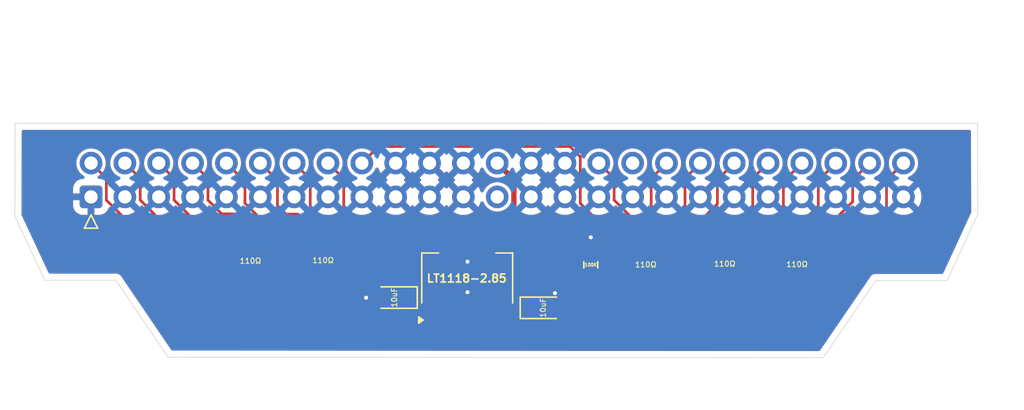
<source format=kicad_pcb>
(kicad_pcb (version 20241229) (generator "pcbnew") (generator_version "9.0")
  (layers (0 "F.Cu" signal) (2 "B.Cu" signal) (13 "F.Paste" user) (15 "B.Paste" user) (5 "F.SilkS" user "F.Silkscreen") (7 "B.SilkS" user "B.Silkscreen") (1 "F.Mask" user) (3 "B.Mask" user) (25 "Edge.Cuts" user))
  (net 0 "")
  (net 1 "SCSI_TERMPWR")
  (net 2 "GND")
  (net 3 "2V85")
  (net 5 "SCDAT0")
  (net 6 "SCDAT2")
  (net 7 "SCDAT1")
  (net 8 "SCDAT3")
  (net 9 "SCDAT5")
  (net 10 "SCDAT6")
  (net 11 "SCDAT7")
  (net 12 "SCDAT4")
  (net 13 "SCTRL_BSY")
  (net 14 "SCDATP")
  (net 15 "SCTRL_ACK")
  (net 16 "SCTRL_ATN")
  (net 17 "SCTRL_CD")
  (net 18 "SCTRL_RST")
  (net 19 "SCTRL_SEL")
  (net 20 "SCTRL_MSG")
  (net 21 "SCTRL_REQ")
  (net 22 "SCTRL_IO")
  (footprint "CAY16_102J4LF:BO_CAY16" (layer "F.Cu") (at 109.1533 43.7063 -90)
    (property "Reference" "RN2" (hide yes))
    (property "Value" "110Ω")
    (pad "1" smd rect (at -0.8763 -1.5367 270) (size 0.9652 1.2446) (layers "F.Cu" "F.Mask" "F.Paste") (net 11 "SCDAT7"))
    (pad "2" smd rect (at -0.8763 -0.41529 270) (size 0.9652 0.6604) (layers "F.Cu" "F.Mask" "F.Paste") (net 10 "SCDAT6"))
    (pad "3" smd rect (at -0.8763 0.41402 270) (size 0.9652 0.6604) (layers "F.Cu" "F.Mask" "F.Paste") (net 9 "SCDAT5"))
    (pad "4" smd rect (at -0.8763 1.5367 270) (size 0.9652 1.2446) (layers "F.Cu" "F.Mask" "F.Paste") (net 12 "SCDAT4"))
    (pad "5" smd rect (at 0.8763 1.5367 270) (size 0.9652 1.2446) (layers "F.Cu" "F.Mask" "F.Paste") (net 3 "2V85"))
    (pad "6" smd rect (at 0.8763 0.41529 270) (size 0.9652 0.6604) (layers "F.Cu" "F.Mask" "F.Paste") (net 3 "2V85"))
    (pad "7" smd rect (at 0.8763 -0.41402 270) (size 0.9652 0.6604) (layers "F.Cu" "F.Mask" "F.Paste") (net 3 "2V85"))
    (pad "8" smd rect (at 0.8763 -1.5367 270) (size 0.9652 1.2446) (layers "F.Cu" "F.Mask" "F.Paste") (net 3 "2V85"))
  )
  (footprint "CAY16_102J4LF:BO_CAY16" (layer "F.Cu") (at 103.6833 43.7237 -90)
    (property "Reference" "RN1" (hide yes))
    (property "Value" "110Ω")
    (pad "1" smd rect (at -0.8763 -1.5367 270) (size 0.9652 1.2446) (layers "F.Cu" "F.Mask" "F.Paste") (net 8 "SCDAT3"))
    (pad "2" smd rect (at -0.8763 -0.41529 270) (size 0.9652 0.6604) (layers "F.Cu" "F.Mask" "F.Paste") (net 6 "SCDAT2"))
    (pad "3" smd rect (at -0.8763 0.41402 270) (size 0.9652 0.6604) (layers "F.Cu" "F.Mask" "F.Paste") (net 7 "SCDAT1"))
    (pad "4" smd rect (at -0.8763 1.5367 270) (size 0.9652 1.2446) (layers "F.Cu" "F.Mask" "F.Paste") (net 5 "SCDAT0"))
    (pad "5" smd rect (at 0.8763 1.5367 270) (size 0.9652 1.2446) (layers "F.Cu" "F.Mask" "F.Paste") (net 3 "2V85"))
    (pad "6" smd rect (at 0.8763 0.41529 270) (size 0.9652 0.6604) (layers "F.Cu" "F.Mask" "F.Paste") (net 3 "2V85"))
    (pad "7" smd rect (at 0.8763 -0.41402 270) (size 0.9652 0.6604) (layers "F.Cu" "F.Mask" "F.Paste") (net 3 "2V85"))
    (pad "8" smd rect (at 0.8763 -1.5367 270) (size 0.9652 1.2446) (layers "F.Cu" "F.Mask" "F.Paste") (net 3 "2V85"))
  )
  (footprint "CAY16_102J4LF:BO_CAY16" (layer "F.Cu") (at 133.4 44.03 -90)
    (property "Reference" "RN3" (hide yes))
    (property "Value" "110Ω")
    (pad "1" smd rect (at -0.8763 -1.5367 270) (size 0.9652 1.2446) (layers "F.Cu" "F.Mask" "F.Paste") (net 15 "SCTRL_ACK"))
    (pad "2" smd rect (at -0.8763 -0.41529 270) (size 0.9652 0.6604) (layers "F.Cu" "F.Mask" "F.Paste") (net 13 "SCTRL_BSY"))
    (pad "3" smd rect (at -0.8763 0.41402 270) (size 0.9652 0.6604) (layers "F.Cu" "F.Mask" "F.Paste") (net 16 "SCTRL_ATN"))
    (pad "4" smd rect (at -0.8763 1.5367 270) (size 0.9652 1.2446) (layers "F.Cu" "F.Mask" "F.Paste") (net 14 "SCDATP"))
    (pad "5" smd rect (at 0.8763 1.5367 270) (size 0.9652 1.2446) (layers "F.Cu" "F.Mask" "F.Paste") (net 3 "2V85"))
    (pad "6" smd rect (at 0.8763 0.41529 270) (size 0.9652 0.6604) (layers "F.Cu" "F.Mask" "F.Paste") (net 3 "2V85"))
    (pad "7" smd rect (at 0.8763 -0.41402 270) (size 0.9652 0.6604) (layers "F.Cu" "F.Mask" "F.Paste") (net 3 "2V85"))
    (pad "8" smd rect (at 0.8763 -1.5367 270) (size 0.9652 1.2446) (layers "F.Cu" "F.Mask" "F.Paste") (net 3 "2V85"))
  )
  (footprint "Capacitor_Tantalum_SMD:CP_EIA-2012-12_Kemet-R" (layer "F.Cu") (at 114.4875 46.53 180)
    (property "Reference" "C2" (hide yes))
    (property "Value" "10uF" (at 0 0 90) (layer "F.SilkS") (effects (font (size 0.4 0.4) (thickness 0.07) (bold yes))))
    (fp_line (start 1 -0.805) (end -1.72 -0.805) (stroke (width 0.12)) (layer "F.SilkS"))
    (fp_line (start -1.72 0.805) (end 1 0.805) (stroke (width 0.12)) (layer "F.SilkS"))
    (fp_line (start -1.72 -0.805) (end -1.72 0.805) (stroke (width 0.12)) (layer "F.SilkS"))
    (pad "1" smd roundrect (at -0.89 0 180) (size 1.14 1.09) (layers "F.Cu" "F.Mask" "F.Paste") (roundrect_rratio 0.229358) (net 3 "2V85"))
    (pad "2" smd roundrect (at 0.89 0 180) (size 1.14 1.09) (layers "F.Cu" "F.Mask" "F.Paste") (roundrect_rratio 0.229358) (net 2 "GND"))
  )
  (footprint "Capacitor_Tantalum_SMD:CP_EIA-2012-12_Kemet-R" (layer "F.Cu") (at 125.6525 47.3)
    (property "Reference" "C1" (hide yes))
    (property "Value" "10uF" (at 0 0 90) (layer "F.SilkS") (effects (font (size 0.4 0.4) (thickness 0.07) (bold yes))))
    (fp_line (start -1.72 -0.805) (end -1.72 0.805) (stroke (width 0.12)) (layer "F.SilkS"))
    (fp_line (start -1.72 0.805) (end 1 0.805) (stroke (width 0.12)) (layer "F.SilkS"))
    (fp_line (start 1 -0.805) (end -1.72 -0.805) (stroke (width 0.12)) (layer "F.SilkS"))
    (pad "1" smd roundrect (at -0.89 0) (size 1.14 1.09) (layers "F.Cu" "F.Mask" "F.Paste") (roundrect_rratio 0.229358) (net 1 "SCSI_TERMPWR"))
    (pad "2" smd roundrect (at 0.89 0) (size 1.14 1.09) (layers "F.Cu" "F.Mask" "F.Paste") (roundrect_rratio 0.229358) (net 2 "GND"))
  )
  (footprint "Package_TO_SOT_SMD:SOT-223-3_TabPin2" (layer "F.Cu") (at 119.9575 45.09 90)
    (property "Reference" "U1" (hide yes))
    (property "Value" "LT1118-2.85" (at 0 -0.0375 180) (layer "F.SilkS") (effects (font (size 0.6 0.6) (thickness 0.13) (bold yes))))
    (fp_line (start 1.91 -3.41) (end 1.91 -2.15) (stroke (width 0.12)) (layer "F.SilkS"))
    (fp_line (start -1.85 -3.41) (end 1.91 -3.41) (stroke (width 0.12)) (layer "F.SilkS"))
    (fp_line (start 1.91 3.41) (end 1.91 2.15) (stroke (width 0.12)) (layer "F.SilkS"))
    (fp_line (start -1.85 3.41) (end 1.91 3.41) (stroke (width 0.12)) (layer "F.SilkS"))
    (fp_poly (pts (xy -3.13 -3.31) (xy -3.37 -3.64) (xy -2.89 -3.64) (xy -3.13 -3.31)) (stroke (width 0.12)) (fill yes) (layer "F.SilkS"))
    (pad "1" smd roundrect (at -3.15 -2.3 90) (size 2 1.5) (layers "F.Cu" "F.Mask" "F.Paste") (net 3 "2V85"))
    (pad "2" smd roundrect (at -3.15 0 90) (size 2 1.5) (layers "F.Cu" "F.Mask" "F.Paste") (net 2 "GND"))
    (pad "2" smd roundrect (at 3.15 0 90) (size 2 3.8) (layers "F.Cu" "F.Mask" "F.Paste") (net 2 "GND"))
    (pad "3" smd roundrect (at -3.15 2.3 90) (size 2 1.5) (layers "F.Cu" "F.Mask" "F.Paste") (net 1 "SCSI_TERMPWR"))
  )
  (footprint "Resistor_SMD:R_0603_1608Metric" (layer "F.Cu") (at 129.23 44.07 -90)
    (property "Reference" "R3" (hide yes))
    (property "Value" "100K" (at 0 0 0) (layer "F.SilkS") (effects (font (size 0.25 0.24) (thickness 0.06) (bold yes))))
    (fp_line (start -0.237258 0.5225) (end 0.237258 0.5225) (stroke (width 0.12)) (layer "F.SilkS"))
    (fp_line (start -0.237258 -0.5225) (end 0.237258 -0.5225) (stroke (width 0.12)) (layer "F.SilkS"))
    (pad "1" smd roundrect (at -0.825 0 270) (size 0.8 0.95) (layers "F.Cu" "F.Mask" "F.Paste") (net 2 "GND"))
    (pad "2" smd roundrect (at 0.825 0 270) (size 0.8 0.95) (layers "F.Cu" "F.Mask" "F.Paste") (net 3 "2V85"))
  )
  (footprint "Connector_IDC_local:IDC-Header_2x25_P2.54mm_Horizontal" (layer "F.Cu") (at 91.73 38.9675 90)
    (property "Reference" "J1" (hide yes))
    (property "Value" "Conn_02x25_Odd_Even")
    (fp_line (start -2.35 -0.5) (end -2.35 0.5) (stroke (width 0.12)) (layer "F.SilkS"))
    (fp_line (start -1.35 0) (end -2.35 -0.5) (stroke (width 0.12)) (layer "F.SilkS"))
    (fp_line (start -2.35 0.5) (end -1.35 0) (stroke (width 0.12)) (layer "F.SilkS"))
    (pad "1" thru_hole roundrect (at 0 0 90) (size 1.7 1.7) (drill 1) (layers "*.Cu" "*.Mask") (roundrect_rratio 0.147059) (net 2 "GND"))
    (pad "2" thru_hole circle (at 2.54 0 90) (size 1.7 1.7) (drill 1) (layers "*.Cu" "*.Mask") (net 5 "SCDAT0"))
    (pad "3" thru_hole circle (at 0 2.54 90) (size 1.7 1.7) (drill 1) (layers "*.Cu" "*.Mask") (net 2 "GND"))
    (pad "4" thru_hole circle (at 2.54 2.54 90) (size 1.7 1.7) (drill 1) (layers "*.Cu" "*.Mask") (net 7 "SCDAT1"))
    (pad "5" thru_hole circle (at 0 5.08 90) (size 1.7 1.7) (drill 1) (layers "*.Cu" "*.Mask") (net 2 "GND"))
    (pad "6" thru_hole circle (at 2.54 5.08 90) (size 1.7 1.7) (drill 1) (layers "*.Cu" "*.Mask") (net 6 "SCDAT2"))
    (pad "7" thru_hole circle (at 0 7.62 90) (size 1.7 1.7) (drill 1) (layers "*.Cu" "*.Mask") (net 2 "GND"))
    (pad "8" thru_hole circle (at 2.54 7.62 90) (size 1.7 1.7) (drill 1) (layers "*.Cu" "*.Mask") (net 8 "SCDAT3"))
    (pad "9" thru_hole circle (at 0 10.16 90) (size 1.7 1.7) (drill 1) (layers "*.Cu" "*.Mask") (net 2 "GND"))
    (pad "10" thru_hole circle (at 2.54 10.16 90) (size 1.7 1.7) (drill 1) (layers "*.Cu" "*.Mask") (net 12 "SCDAT4"))
    (pad "11" thru_hole circle (at 0 12.7 90) (size 1.7 1.7) (drill 1) (layers "*.Cu" "*.Mask") (net 2 "GND"))
    (pad "12" thru_hole circle (at 2.54 12.7 90) (size 1.7 1.7) (drill 1) (layers "*.Cu" "*.Mask") (net 9 "SCDAT5"))
    (pad "13" thru_hole circle (at 0 15.24 90) (size 1.7 1.7) (drill 1) (layers "*.Cu" "*.Mask") (net 2 "GND"))
    (pad "14" thru_hole circle (at 2.54 15.24 90) (size 1.7 1.7) (drill 1) (layers "*.Cu" "*.Mask") (net 10 "SCDAT6"))
    (pad "15" thru_hole circle (at 0 17.78 90) (size 1.7 1.7) (drill 1) (layers "*.Cu" "*.Mask") (net 2 "GND"))
    (pad "16" thru_hole circle (at 2.54 17.78 90) (size 1.7 1.7) (drill 1) (layers "*.Cu" "*.Mask") (net 11 "SCDAT7"))
    (pad "17" thru_hole circle (at 0 20.32 90) (size 1.7 1.7) (drill 1) (layers "*.Cu" "*.Mask") (net 2 "GND"))
    (pad "18" thru_hole circle (at 2.54 20.32 90) (size 1.7 1.7) (drill 1) (layers "*.Cu" "*.Mask") (net 14 "SCDATP"))
    (pad "19" thru_hole circle (at 0 22.86 90) (size 1.7 1.7) (drill 1) (layers "*.Cu" "*.Mask") (net 2 "GND"))
    (pad "20" thru_hole circle (at 2.54 22.86 90) (size 1.7 1.7) (drill 1) (layers "*.Cu" "*.Mask") (net 2 "GND"))
    (pad "21" thru_hole circle (at 0 25.4 90) (size 1.7 1.7) (drill 1) (layers "*.Cu" "*.Mask") (net 2 "GND"))
    (pad "22" thru_hole circle (at 2.54 25.4 90) (size 1.7 1.7) (drill 1) (layers "*.Cu" "*.Mask") (net 2 "GND"))
    (pad "23" thru_hole circle (at 0 27.94 90) (size 1.7 1.7) (drill 1) (layers "*.Cu" "*.Mask") (net 2 "GND"))
    (pad "24" thru_hole circle (at 2.54 27.94 90) (size 1.7 1.7) (drill 1) (layers "*.Cu" "*.Mask") (net 2 "GND"))
    (pad "25" thru_hole circle (at 0 30.48 90) (size 1.7 1.7) (drill 1) (layers "*.Cu" "*.Mask"))
    (pad "26" thru_hole circle (at 2.54 30.48 90) (size 1.7 1.7) (drill 1) (layers "*.Cu" "*.Mask") (net 1 "SCSI_TERMPWR"))
    (pad "27" thru_hole circle (at 0 33.02 90) (size 1.7 1.7) (drill 1) (layers "*.Cu" "*.Mask") (net 2 "GND"))
    (pad "28" thru_hole circle (at 2.54 33.02 90) (size 1.7 1.7) (drill 1) (layers "*.Cu" "*.Mask") (net 2 "GND"))
    (pad "29" thru_hole circle (at 0 35.56 90) (size 1.7 1.7) (drill 1) (layers "*.Cu" "*.Mask") (net 2 "GND"))
    (pad "30" thru_hole circle (at 2.54 35.56 90) (size 1.7 1.7) (drill 1) (layers "*.Cu" "*.Mask") (net 2 "GND"))
    (pad "31" thru_hole circle (at 0 38.1 90) (size 1.7 1.7) (drill 1) (layers "*.Cu" "*.Mask") (net 2 "GND"))
    (pad "32" thru_hole circle (at 2.54 38.1 90) (size 1.7 1.7) (drill 1) (layers "*.Cu" "*.Mask") (net 16 "SCTRL_ATN"))
    (pad "33" thru_hole circle (at 0 40.64 90) (size 1.7 1.7) (drill 1) (layers "*.Cu" "*.Mask") (net 2 "GND"))
    (pad "34" thru_hole circle (at 2.54 40.64 90) (size 1.7 1.7) (drill 1) (layers "*.Cu" "*.Mask"))
    (pad "35" thru_hole circle (at 0 43.18 90) (size 1.7 1.7) (drill 1) (layers "*.Cu" "*.Mask") (net 2 "GND"))
    (pad "36" thru_hole circle (at 2.54 43.18 90) (size 1.7 1.7) (drill 1) (layers "*.Cu" "*.Mask") (net 13 "SCTRL_BSY"))
    (pad "37" thru_hole circle (at 0 45.72 90) (size 1.7 1.7) (drill 1) (layers "*.Cu" "*.Mask") (net 2 "GND"))
    (pad "38" thru_hole circle (at 2.54 45.72 90) (size 1.7 1.7) (drill 1) (layers "*.Cu" "*.Mask") (net 15 "SCTRL_ACK"))
    (pad "39" thru_hole circle (at 0 48.26 90) (size 1.7 1.7) (drill 1) (layers "*.Cu" "*.Mask") (net 2 "GND"))
    (pad "40" thru_hole circle (at 2.54 48.26 90) (size 1.7 1.7) (drill 1) (layers "*.Cu" "*.Mask") (net 18 "SCTRL_RST"))
    (pad "41" thru_hole circle (at 0 50.8 90) (size 1.7 1.7) (drill 1) (layers "*.Cu" "*.Mask") (net 2 "GND"))
    (pad "42" thru_hole circle (at 2.54 50.8 90) (size 1.7 1.7) (drill 1) (layers "*.Cu" "*.Mask") (net 20 "SCTRL_MSG"))
    (pad "43" thru_hole circle (at 0 53.34 90) (size 1.7 1.7) (drill 1) (layers "*.Cu" "*.Mask") (net 2 "GND"))
    (pad "44" thru_hole circle (at 2.54 53.34 90) (size 1.7 1.7) (drill 1) (layers "*.Cu" "*.Mask") (net 19 "SCTRL_SEL"))
    (pad "45" thru_hole circle (at 0 55.88 90) (size 1.7 1.7) (drill 1) (layers "*.Cu" "*.Mask") (net 2 "GND"))
    (pad "46" thru_hole circle (at 2.54 55.88 90) (size 1.7 1.7) (drill 1) (layers "*.Cu" "*.Mask") (net 17 "SCTRL_CD"))
    (pad "47" thru_hole circle (at 0 58.42 90) (size 1.7 1.7) (drill 1) (layers "*.Cu" "*.Mask") (net 2 "GND"))
    (pad "48" thru_hole circle (at 2.54 58.42 90) (size 1.7 1.7) (drill 1) (layers "*.Cu" "*.Mask") (net 21 "SCTRL_REQ"))
    (pad "49" thru_hole circle (at 0 60.96 90) (size 1.7 1.7) (drill 1) (layers "*.Cu" "*.Mask") (net 2 "GND"))
    (pad "50" thru_hole circle (at 2.54 60.96 90) (size 1.7 1.7) (drill 1) (layers "*.Cu" "*.Mask") (net 22 "SCTRL_IO"))
  )
  (footprint "CAY16_102J4LF:BO_CAY16" (layer "F.Cu") (at 144.7233 44.0063 -90)
    (property "Reference" "RN5" (hide yes))
    (property "Value" "110Ω")
    (pad "1" smd rect (at -0.8763 -1.5367 270) (size 0.9652 1.2446) (layers "F.Cu" "F.Mask" "F.Paste"))
    (pad "2" smd rect (at -0.8763 -0.41529 270) (size 0.9652 0.6604) (layers "F.Cu" "F.Mask" "F.Paste"))
    (pad "3" smd rect (at -0.8763 0.41402 270) (size 0.9652 0.6604) (layers "F.Cu" "F.Mask" "F.Paste") (net 22 "SCTRL_IO"))
    (pad "4" smd rect (at -0.8763 1.5367 270) (size 0.9652 1.2446) (layers "F.Cu" "F.Mask" "F.Paste") (net 21 "SCTRL_REQ"))
    (pad "5" smd rect (at 0.8763 1.5367 270) (size 0.9652 1.2446) (layers "F.Cu" "F.Mask" "F.Paste") (net 3 "2V85"))
    (pad "6" smd rect (at 0.8763 0.41529 270) (size 0.9652 0.6604) (layers "F.Cu" "F.Mask" "F.Paste") (net 3 "2V85"))
    (pad "7" smd rect (at 0.8763 -0.41402 270) (size 0.9652 0.6604) (layers "F.Cu" "F.Mask" "F.Paste"))
    (pad "8" smd rect (at 0.8763 -1.5367 270) (size 0.9652 1.2446) (layers "F.Cu" "F.Mask" "F.Paste"))
  )
  (footprint "CAY16_102J4LF:BO_CAY16" (layer "F.Cu") (at 139.11471 43.9963 -90)
    (property "Reference" "RN4" (hide yes))
    (property "Value" "110Ω")
    (pad "1" smd rect (at -0.8763 -1.5367 270) (size 0.9652 1.2446) (layers "F.Cu" "F.Mask" "F.Paste") (net 17 "SCTRL_CD"))
    (pad "2" smd rect (at -0.8763 -0.41529 270) (size 0.9652 0.6604) (layers "F.Cu" "F.Mask" "F.Paste") (net 19 "SCTRL_SEL"))
    (pad "3" smd rect (at -0.8763 0.41402 270) (size 0.9652 0.6604) (layers "F.Cu" "F.Mask" "F.Paste") (net 20 "SCTRL_MSG"))
    (pad "4" smd rect (at -0.8763 1.5367 270) (size 0.9652 1.2446) (layers "F.Cu" "F.Mask" "F.Paste") (net 18 "SCTRL_RST"))
    (pad "5" smd rect (at 0.8763 1.5367 270) (size 0.9652 1.2446) (layers "F.Cu" "F.Mask" "F.Paste") (net 3 "2V85"))
    (pad "6" smd rect (at 0.8763 0.41529 270) (size 0.9652 0.6604) (layers "F.Cu" "F.Mask" "F.Paste") (net 3 "2V85"))
    (pad "7" smd rect (at 0.8763 -0.41402 270) (size 0.9652 0.6604) (layers "F.Cu" "F.Mask" "F.Paste") (net 3 "2V85"))
    (pad "8" smd rect (at 0.8763 -1.5367 270) (size 0.9652 1.2446) (layers "F.Cu" "F.Mask" "F.Paste") (net 3 "2V85"))
  )
  (gr_line (start 86.038889 33.43) (end 86.01 40.41) (stroke (width 0.05)) (layer "Edge.Cuts"))
  (gr_line (start 158.25 33.440001) (end 158.27 40.25) (stroke (width 0.05)) (layer "Edge.Cuts"))
  (gr_line (start 97.52 51.01) (end 146.666316 51.044712) (stroke (width 0.05)) (layer "Edge.Cuts"))
  (gr_line (start 86.04 33.43) (end 158.25 33.440001) (stroke (width 0.05)) (layer "Edge.Cuts"))
  (gr_line (start 93.593206 45.23) (end 88.255 45.23) (stroke (width 0.05)) (layer "Edge.Cuts"))
  (gr_line (start 93.593206 45.23) (end 97.52 51.01) (stroke (width 0.05)) (layer "Edge.Cuts"))
  (gr_line (start 150.62 45.25) (end 146.666316 51.044712) (stroke (width 0.05)) (layer "Edge.Cuts"))
  (gr_line (start 86.01 40.41) (end 88.255 45.23) (stroke (width 0.05)) (layer "Edge.Cuts"))
  (gr_line (start 155.97 45.25) (end 150.62 45.25) (stroke (width 0.05)) (layer "Edge.Cuts"))
  (gr_line (start 158.27 40.25) (end 155.97 45.25) (stroke (width 0.05)) (layer "Edge.Cuts"))
  (gr_text "110Ω" (at 138.44 44.23 0) (layer "F.SilkS") (effects (font (size 0.4 0.4) (thickness 0.07) (bold yes)) (justify left bottom)))
  (gr_text "110Ω" (at 143.86 44.27 0) (layer "F.SilkS") (effects (font (size 0.4 0.4) (thickness 0.07) (bold yes)) (justify left bottom)))
  (gr_text "110Ω" (at 108.3 43.97 0) (layer "F.SilkS") (effects (font (size 0.4 0.4) (thickness 0.07) (bold yes)) (justify left bottom)))
  (gr_text "110Ω" (at 102.85 44.01 0) (layer "F.SilkS") (effects (font (size 0.4 0.4) (thickness 0.07) (bold yes)) (justify left bottom)))
  (gr_text "110Ω" (at 132.51 44.29 0) (layer "F.SilkS") (effects (font (size 0.4 0.4) (thickness 0.07) (bold yes)) (justify left bottom)))
  (segment (start 122.21 36.4275) (end 123.461 37.6785) (width 0.4) (layer "F.Cu") (net 1))
  (segment (start 123.462 47.3) (end 124.7625 47.3) (width 0.4) (layer "F.Cu") (net 1))
  (segment (start 123.461 47.299) (end 123.462 47.3) (width 0.4) (layer "F.Cu") (net 1))
  (segment (start 123.461 37.6785) (end 123.461 47.299) (width 0.4) (layer "F.Cu") (net 1))
  (segment (start 123.461 47.299) (end 122.28 48.48) (width 0.4) (layer "F.Cu") (net 1))
  (segment (start 129.23 43.245) (end 129.23 42.0025) (width 0.4) (layer "F.Cu") (net 2))
  (segment (start 119.98 41.9625) (end 119.9575 41.94) (width 0.4) (layer "F.Cu") (net 2))
  (segment (start 119.98 43.83) (end 119.98 41.9625) (width 0.4) (layer "F.Cu") (net 2))
  (segment (start 119.98 46.13) (end 119.98 48.48) (width 0.4) (layer "F.Cu") (net 2))
  (segment (start 112.3825 46.53) (end 113.51 46.53) (width 0.4) (layer "F.Cu") (net 2))
  (segment (start 126.5425 46.2) (end 126.5425 47.3) (width 0.4) (layer "F.Cu") (net 2))
  (segment (start 112.3725 46.54) (end 112.3825 46.53) (width 0.4) (layer "F.Cu") (net 2))
  (via (at 119.98 43.83) (size 0.6) (drill 0.3) (layers "F.Cu" "B.Cu") (net 2))
  (via (at 129.23 42.0025) (size 0.6) (drill 0.3) (layers "F.Cu" "B.Cu") (net 2))
  (via (at 126.5425 46.2) (size 0.6) (drill 0.3) (layers "F.Cu" "B.Cu") (net 2))
  (via (at 119.98 46.13) (size 0.6) (drill 0.3) (layers "F.Cu" "B.Cu") (net 2))
  (via (at 112.3725 46.54) (size 0.6) (drill 0.3) (layers "F.Cu" "B.Cu") (net 2))
  (segment (start 114.0175 44.6) (end 102.1466 44.6) (width 0.4) (layer "F.Cu") (net 3))
  (segment (start 117.6575 48.24) (end 114.0175 44.6) (width 0.4) (layer "F.Cu") (net 3))
  (segment (start 129.23 46.939942) (end 126.528942 49.641) (width 0.4) (layer "F.Cu") (net 3))
  (segment (start 144.28431 44.9063) (end 144.30801 44.8826) (width 0.4) (layer "F.Cu") (net 3))
  (segment (start 129.23 44.895) (end 129.23 46.939942) (width 0.4) (layer "F.Cu") (net 3))
  (segment (start 119.0585 49.641) (end 117.6575 48.24) (width 0.4) (layer "F.Cu") (net 3))
  (segment (start 131.8633 44.9063) (end 144.28431 44.9063) (width 0.4) (layer "F.Cu") (net 3))
  (segment (start 131.8633 44.9063) (end 129.2413 44.9063) (width 0.4) (layer "F.Cu") (net 3))
  (segment (start 129.2413 44.9063) (end 129.23 44.895) (width 0.4) (layer "F.Cu") (net 3))
  (segment (start 126.528942 49.641) (end 119.0585 49.641) (width 0.4) (layer "F.Cu") (net 3))
  (segment (start 131.9333 44.9763) (end 131.8633 44.9063) (width 0.4) (layer "F.Cu") (net 3))
  (segment (start 92.881 39.20626) (end 92.881 37.5785) (width 0.2) (layer "F.Cu") (net 5))
  (segment (start 92.881 37.5785) (end 91.73 36.4275) (width 0.2) (layer "F.Cu") (net 5))
  (segment (start 95.11774 41.443) (end 92.881 39.20626) (width 0.2) (layer "F.Cu") (net 5))
  (segment (start 100.7422 41.443) (end 95.11774 41.443) (width 0.2) (layer "F.Cu") (net 5))
  (segment (start 102.1466 42.8474) (end 100.7422 41.443) (width 0.2) (layer "F.Cu") (net 5))
  (segment (start 99.39574 40.641) (end 97.961 39.20626) (width 0.2) (layer "F.Cu") (net 6))
  (segment (start 104.09859 42.26191) (end 102.47768 40.641) (width 0.2) (layer "F.Cu") (net 6))
  (segment (start 97.961 39.20626) (end 97.961 37.5785) (width 0.2) (layer "F.Cu") (net 6))
  (segment (start 102.47768 40.641) (end 99.39574 40.641) (width 0.2) (layer "F.Cu") (net 6))
  (segment (start 97.961 37.5785) (end 96.81 36.4275) (width 0.2) (layer "F.Cu") (net 6))
  (segment (start 104.09859 42.8474) (end 104.09859 42.26191) (width 0.2) (layer "F.Cu") (net 6))
  (segment (start 103.26928 42.8474) (end 103.26928 42.26318) (width 0.2) (layer "F.Cu") (net 7))
  (segment (start 97.25674 41.042) (end 95.421 39.20626) (width 0.2) (layer "F.Cu") (net 7))
  (segment (start 95.421 37.5785) (end 94.27 36.4275) (width 0.2) (layer "F.Cu") (net 7))
  (segment (start 95.421 39.20626) (end 95.421 37.5785) (width 0.2) (layer "F.Cu") (net 7))
  (segment (start 103.26928 42.26318) (end 102.0481 41.042) (width 0.2) (layer "F.Cu") (net 7))
  (segment (start 102.0481 41.042) (end 97.25674 41.042) (width 0.2) (layer "F.Cu") (net 7))
  (segment (start 100.501 39.20626) (end 101.53474 40.24) (width 0.2) (layer "F.Cu") (net 8))
  (segment (start 101.53474 40.24) (end 102.93 40.24) (width 0.2) (layer "F.Cu") (net 8))
  (segment (start 99.35 36.4275) (end 100.501 37.5785) (width 0.2) (layer "F.Cu") (net 8))
  (segment (start 105.22 42.53) (end 105.22 42.8474) (width 0.2) (layer "F.Cu") (net 8))
  (segment (start 102.93 40.24) (end 105.22 42.53) (width 0.2) (layer "F.Cu") (net 8))
  (segment (start 100.501 37.5785) (end 100.501 39.20626) (width 0.2) (layer "F.Cu") (net 8))
  (segment (start 105.72 39.615787) (end 106.364213 40.26) (width 0.2) (layer "F.Cu") (net 9))
  (segment (start 104.43 36.4275) (end 105.72 37.7175) (width 0.2) (layer "F.Cu") (net 9))
  (segment (start 106.364213 40.26) (end 107.24 40.26) (width 0.2) (layer "F.Cu") (net 9))
  (segment (start 105.72 37.7175) (end 105.72 39.615787) (width 0.2) (layer "F.Cu") (net 9))
  (segment (start 107.24 40.26) (end 108.73928 41.75928) (width 0.2) (layer "F.Cu") (net 9))
  (segment (start 108.73928 41.75928) (end 108.73928 42.83) (width 0.2) (layer "F.Cu") (net 9))
  (segment (start 106.97 36.4275) (end 108.18 37.6375) (width 0.2) (layer "F.Cu") (net 10))
  (segment (start 108.18 39.9374) (end 109.56859 41.32599) (width 0.2) (layer "F.Cu") (net 10))
  (segment (start 108.18 37.6375) (end 108.18 39.9374) (width 0.2) (layer "F.Cu") (net 10))
  (segment (start 109.56859 41.32599) (end 109.56859 42.83) (width 0.2) (layer "F.Cu") (net 10))
  (segment (start 110.69 37.6075) (end 110.69 42.83) (width 0.2) (layer "F.Cu") (net 11))
  (segment (start 109.51 36.4275) (end 110.69 37.6075) (width 0.2) (layer "F.Cu") (net 11))
  (segment (start 103.279 39.44426) (end 105.89854 42.0638) (width 0.2) (layer "F.Cu") (net 12))
  (segment (start 106.8504 42.0638) (end 107.6166 42.83) (width 0.2) (layer "F.Cu") (net 12))
  (segment (start 103.279 37.8165) (end 103.279 39.44426) (width 0.2) (layer "F.Cu") (net 12))
  (segment (start 105.89854 42.0638) (end 106.8504 42.0638) (width 0.2) (layer "F.Cu") (net 12))
  (segment (start 101.89 36.4275) (end 103.279 37.8165) (width 0.2) (layer "F.Cu") (net 12))
  (segment (start 133.76 37.5775) (end 134.91 36.4275) (width 0.2) (layer "F.Cu") (net 13))
  (segment (start 133.81529 43.1537) (end 133.76 43.09841) (width 0.2) (layer "F.Cu") (net 13))
  (segment (start 133.76 43.09841) (end 133.76 37.5775) (width 0.2) (layer "F.Cu") (net 13))
  (segment (start 127.67026 35.18) (end 113.2975 35.18) (width 0.2) (layer "F.Cu") (net 14))
  (segment (start 113.2975 35.18) (end 112.05 36.4275) (width 0.2) (layer "F.Cu") (net 14))
  (segment (start 128.441 35.95074) (end 127.67026 35.18) (width 0.2) (layer "F.Cu") (net 14))
  (segment (start 128.441 39.451) (end 128.441 35.95074) (width 0.2) (layer "F.Cu") (net 14))
  (segment (start 131.8633 42.8733) (end 128.441 39.451) (width 0.2) (layer "F.Cu") (net 14))
  (segment (start 131.8633 43.1537) (end 131.8633 42.8733) (width 0.2) (layer "F.Cu") (net 14))
  (segment (start 136.299 41.561) (end 136.299 37.5785) (width 0.2) (layer "F.Cu") (net 15))
  (segment (start 136.299 37.5785) (end 137.45 36.4275) (width 0.2) (layer "F.Cu") (net 15))
  (segment (start 134.9367 42.9233) (end 136.299 41.561) (width 0.2) (layer "F.Cu") (net 15))
  (segment (start 134.9367 43.1537) (end 134.9367 42.9233) (width 0.2) (layer "F.Cu") (net 15))
  (segment (start 130.981 37.5785) (end 130.981 39.20626) (width 0.2) (layer "F.Cu") (net 16))
  (segment (start 132.98598 41.21124) (end 132.98598 43.1537) (width 0.2) (layer "F.Cu") (net 16))
  (segment (start 129.83 36.4275) (end 130.981 37.5785) (width 0.2) (layer "F.Cu") (net 16))
  (segment (start 130.981 39.20626) (end 132.98598 41.21124) (width 0.2) (layer "F.Cu") (net 16))
  (segment (start 143.65855 40.53855) (end 141.0771 43.12) (width 0.2) (layer "F.Cu") (net 17))
  (segment (start 146.3 39.64) (end 145.40145 40.53855) (width 0.2) (layer "F.Cu") (net 17))
  (segment (start 147.61 36.4275) (end 146.3 37.7375) (width 0.2) (layer "F.Cu") (net 17))
  (segment (start 145.40145 40.53855) (end 143.65855 40.53855) (width 0.2) (layer "F.Cu") (net 17))
  (segment (start 141.0771 43.12) (end 140.65141 43.12) (width 0.2) (layer "F.Cu") (net 17))
  (segment (start 146.3 37.7375) (end 146.3 39.64) (width 0.2) (layer "F.Cu") (net 17))
  (segment (start 139.99 36.4275) (end 138.73 37.6875) (width 0.2) (layer "F.Cu") (net 18))
  (segment (start 137.57801 40.64368) (end 137.57801 43.12) (width 0.2) (layer "F.Cu") (net 18))
  (segment (start 138.73 37.6875) (end 138.73 39.49169) (width 0.2) (layer "F.Cu") (net 18))
  (segment (start 138.73 39.49169) (end 137.57801 40.64368) (width 0.2) (layer "F.Cu") (net 18))
  (segment (start 143.681 37.8165) (end 143.681 39.949) (width 0.2) (layer "F.Cu") (net 19))
  (segment (start 145.07 36.4275) (end 143.681 37.8165) (width 0.2) (layer "F.Cu") (net 19))
  (segment (start 141.2936 42.3364) (end 139.72811 42.3364) (width 0.2) (layer "F.Cu") (net 19))
  (segment (start 139.53 42.53451) (end 139.53 43.12) (width 0.2) (layer "F.Cu") (net 19))
  (segment (start 143.681 39.949) (end 141.2936 42.3364) (width 0.2) (layer "F.Cu") (net 19))
  (segment (start 139.72811 42.3364) (end 139.53 42.53451) (width 0.2) (layer "F.Cu") (net 19))
  (segment (start 138.70069 43.12) (end 138.70069 42.48931) (width 0.2) (layer "F.Cu") (net 20))
  (segment (start 141.379 39.811) (end 141.379 37.5785) (width 0.2) (layer "F.Cu") (net 20))
  (segment (start 141.379 37.5785) (end 142.53 36.4275) (width 0.2) (layer "F.Cu") (net 20))
  (segment (start 138.70069 42.48931) (end 141.379 39.811) (width 0.2) (layer "F.Cu") (net 20))
  (segment (start 143.1866 43.13) (end 143.1866 42.83788) (width 0.2) (layer "F.Cu") (net 21))
  (segment (start 143.1866 42.83788) (end 145.08493 40.93955) (width 0.2) (layer "F.Cu") (net 21))
  (segment (start 145.08493 40.93955) (end 147.26571 40.93955) (width 0.2) (layer "F.Cu") (net 21))
  (segment (start 148.88 39.32526) (end 148.88 37.6975) (width 0.2) (layer "F.Cu") (net 21))
  (segment (start 148.88 37.6975) (end 150.15 36.4275) (width 0.2) (layer "F.Cu") (net 21))
  (segment (start 147.26571 40.93955) (end 148.88 39.32526) (width 0.2) (layer "F.Cu") (net 21))
  (segment (start 152.69 36.4275) (end 151.42 37.6975) (width 0.2) (layer "F.Cu") (net 22))
  (segment (start 150.45072 40.64618) (end 148.12618 40.64618) (width 0.2) (layer "F.Cu") (net 22))
  (segment (start 151.42 39.6769) (end 150.45072 40.64618) (width 0.2) (layer "F.Cu") (net 22))
  (segment (start 148.12618 40.64618) (end 147.43181 41.34055) (width 0.2) (layer "F.Cu") (net 22))
  (segment (start 147.43181 41.34055) (end 145.41613 41.34055) (width 0.2) (layer "F.Cu") (net 22))
  (segment (start 144.30928 42.4474) (end 144.30928 43.13) (width 0.2) (layer "F.Cu") (net 22))
  (segment (start 151.42 37.6975) (end 151.42 39.6769) (width 0.2) (layer "F.Cu") (net 22))
  (segment (start 145.41613 41.34055) (end 144.30928 42.4474) (width 0.2) (layer "F.Cu") (net 22))
  (segment (start 151.539 37.5785) (end 152.69 36.4275) (width 0.2) (layer "F.Cu") (net 22))
  (zone (net 2) (net_name "GND") (layers "F.Cu" "B.Cu") (connect_pads (clearance 0.25)) (min_thickness 0.25) (fill yes (thermal_gap 0.5) (thermal_bridge_width 0.5))
    (polygon (pts (xy 84.9 33.64) (xy 84.98 46.09) (xy 90.75 54.21) (xy 155.11 55) (xy 161.76 40.28) (xy 161.64 33.65)))
  )
)
</source>
